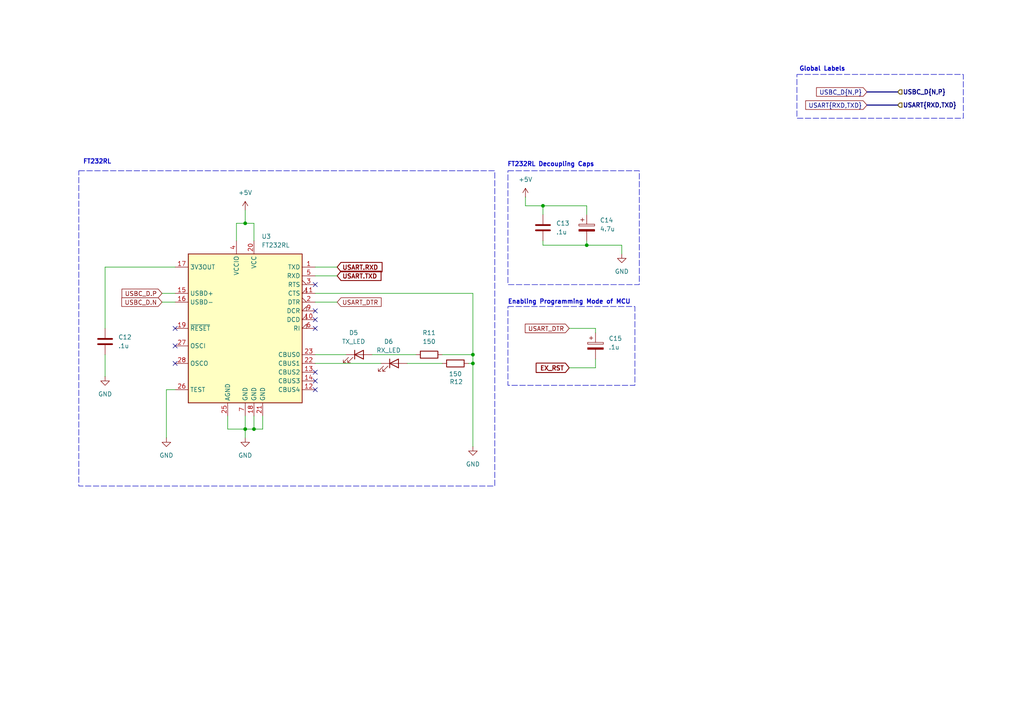
<source format=kicad_sch>
(kicad_sch
	(version 20231120)
	(generator "eeschema")
	(generator_version "8.0")
	(uuid "96bb4a7e-4b2a-4c71-887f-711f78a2c329")
	(paper "A4")
	(lib_symbols
		(symbol "Device:C"
			(pin_numbers hide)
			(pin_names
				(offset 0.254)
			)
			(exclude_from_sim no)
			(in_bom yes)
			(on_board yes)
			(property "Reference" "C"
				(at 0.635 2.54 0)
				(effects
					(font
						(size 1.27 1.27)
					)
					(justify left)
				)
			)
			(property "Value" "C"
				(at 0.635 -2.54 0)
				(effects
					(font
						(size 1.27 1.27)
					)
					(justify left)
				)
			)
			(property "Footprint" ""
				(at 0.9652 -3.81 0)
				(effects
					(font
						(size 1.27 1.27)
					)
					(hide yes)
				)
			)
			(property "Datasheet" "~"
				(at 0 0 0)
				(effects
					(font
						(size 1.27 1.27)
					)
					(hide yes)
				)
			)
			(property "Description" "Unpolarized capacitor"
				(at 0 0 0)
				(effects
					(font
						(size 1.27 1.27)
					)
					(hide yes)
				)
			)
			(property "ki_keywords" "cap capacitor"
				(at 0 0 0)
				(effects
					(font
						(size 1.27 1.27)
					)
					(hide yes)
				)
			)
			(property "ki_fp_filters" "C_*"
				(at 0 0 0)
				(effects
					(font
						(size 1.27 1.27)
					)
					(hide yes)
				)
			)
			(symbol "C_0_1"
				(polyline
					(pts
						(xy -2.032 -0.762) (xy 2.032 -0.762)
					)
					(stroke
						(width 0.508)
						(type default)
					)
					(fill
						(type none)
					)
				)
				(polyline
					(pts
						(xy -2.032 0.762) (xy 2.032 0.762)
					)
					(stroke
						(width 0.508)
						(type default)
					)
					(fill
						(type none)
					)
				)
			)
			(symbol "C_1_1"
				(pin passive line
					(at 0 3.81 270)
					(length 2.794)
					(name "~"
						(effects
							(font
								(size 1.27 1.27)
							)
						)
					)
					(number "1"
						(effects
							(font
								(size 1.27 1.27)
							)
						)
					)
				)
				(pin passive line
					(at 0 -3.81 90)
					(length 2.794)
					(name "~"
						(effects
							(font
								(size 1.27 1.27)
							)
						)
					)
					(number "2"
						(effects
							(font
								(size 1.27 1.27)
							)
						)
					)
				)
			)
		)
		(symbol "Device:C_Polarized"
			(pin_numbers hide)
			(pin_names
				(offset 0.254)
			)
			(exclude_from_sim no)
			(in_bom yes)
			(on_board yes)
			(property "Reference" "C"
				(at 0.635 2.54 0)
				(effects
					(font
						(size 1.27 1.27)
					)
					(justify left)
				)
			)
			(property "Value" "C_Polarized"
				(at 0.635 -2.54 0)
				(effects
					(font
						(size 1.27 1.27)
					)
					(justify left)
				)
			)
			(property "Footprint" ""
				(at 0.9652 -3.81 0)
				(effects
					(font
						(size 1.27 1.27)
					)
					(hide yes)
				)
			)
			(property "Datasheet" "~"
				(at 0 0 0)
				(effects
					(font
						(size 1.27 1.27)
					)
					(hide yes)
				)
			)
			(property "Description" "Polarized capacitor"
				(at 0 0 0)
				(effects
					(font
						(size 1.27 1.27)
					)
					(hide yes)
				)
			)
			(property "ki_keywords" "cap capacitor"
				(at 0 0 0)
				(effects
					(font
						(size 1.27 1.27)
					)
					(hide yes)
				)
			)
			(property "ki_fp_filters" "CP_*"
				(at 0 0 0)
				(effects
					(font
						(size 1.27 1.27)
					)
					(hide yes)
				)
			)
			(symbol "C_Polarized_0_1"
				(rectangle
					(start -2.286 0.508)
					(end 2.286 1.016)
					(stroke
						(width 0)
						(type default)
					)
					(fill
						(type none)
					)
				)
				(polyline
					(pts
						(xy -1.778 2.286) (xy -0.762 2.286)
					)
					(stroke
						(width 0)
						(type default)
					)
					(fill
						(type none)
					)
				)
				(polyline
					(pts
						(xy -1.27 2.794) (xy -1.27 1.778)
					)
					(stroke
						(width 0)
						(type default)
					)
					(fill
						(type none)
					)
				)
				(rectangle
					(start 2.286 -0.508)
					(end -2.286 -1.016)
					(stroke
						(width 0)
						(type default)
					)
					(fill
						(type outline)
					)
				)
			)
			(symbol "C_Polarized_1_1"
				(pin passive line
					(at 0 3.81 270)
					(length 2.794)
					(name "~"
						(effects
							(font
								(size 1.27 1.27)
							)
						)
					)
					(number "1"
						(effects
							(font
								(size 1.27 1.27)
							)
						)
					)
				)
				(pin passive line
					(at 0 -3.81 90)
					(length 2.794)
					(name "~"
						(effects
							(font
								(size 1.27 1.27)
							)
						)
					)
					(number "2"
						(effects
							(font
								(size 1.27 1.27)
							)
						)
					)
				)
			)
		)
		(symbol "Device:LED"
			(pin_numbers hide)
			(pin_names
				(offset 1.016) hide)
			(exclude_from_sim no)
			(in_bom yes)
			(on_board yes)
			(property "Reference" "D"
				(at 0 2.54 0)
				(effects
					(font
						(size 1.27 1.27)
					)
				)
			)
			(property "Value" "LED"
				(at 0 -2.54 0)
				(effects
					(font
						(size 1.27 1.27)
					)
				)
			)
			(property "Footprint" ""
				(at 0 0 0)
				(effects
					(font
						(size 1.27 1.27)
					)
					(hide yes)
				)
			)
			(property "Datasheet" "~"
				(at 0 0 0)
				(effects
					(font
						(size 1.27 1.27)
					)
					(hide yes)
				)
			)
			(property "Description" "Light emitting diode"
				(at 0 0 0)
				(effects
					(font
						(size 1.27 1.27)
					)
					(hide yes)
				)
			)
			(property "ki_keywords" "LED diode"
				(at 0 0 0)
				(effects
					(font
						(size 1.27 1.27)
					)
					(hide yes)
				)
			)
			(property "ki_fp_filters" "LED* LED_SMD:* LED_THT:*"
				(at 0 0 0)
				(effects
					(font
						(size 1.27 1.27)
					)
					(hide yes)
				)
			)
			(symbol "LED_0_1"
				(polyline
					(pts
						(xy -1.27 -1.27) (xy -1.27 1.27)
					)
					(stroke
						(width 0.254)
						(type default)
					)
					(fill
						(type none)
					)
				)
				(polyline
					(pts
						(xy -1.27 0) (xy 1.27 0)
					)
					(stroke
						(width 0)
						(type default)
					)
					(fill
						(type none)
					)
				)
				(polyline
					(pts
						(xy 1.27 -1.27) (xy 1.27 1.27) (xy -1.27 0) (xy 1.27 -1.27)
					)
					(stroke
						(width 0.254)
						(type default)
					)
					(fill
						(type none)
					)
				)
				(polyline
					(pts
						(xy -3.048 -0.762) (xy -4.572 -2.286) (xy -3.81 -2.286) (xy -4.572 -2.286) (xy -4.572 -1.524)
					)
					(stroke
						(width 0)
						(type default)
					)
					(fill
						(type none)
					)
				)
				(polyline
					(pts
						(xy -1.778 -0.762) (xy -3.302 -2.286) (xy -2.54 -2.286) (xy -3.302 -2.286) (xy -3.302 -1.524)
					)
					(stroke
						(width 0)
						(type default)
					)
					(fill
						(type none)
					)
				)
			)
			(symbol "LED_1_1"
				(pin passive line
					(at -3.81 0 0)
					(length 2.54)
					(name "K"
						(effects
							(font
								(size 1.27 1.27)
							)
						)
					)
					(number "1"
						(effects
							(font
								(size 1.27 1.27)
							)
						)
					)
				)
				(pin passive line
					(at 3.81 0 180)
					(length 2.54)
					(name "A"
						(effects
							(font
								(size 1.27 1.27)
							)
						)
					)
					(number "2"
						(effects
							(font
								(size 1.27 1.27)
							)
						)
					)
				)
			)
		)
		(symbol "Device:R"
			(pin_numbers hide)
			(pin_names
				(offset 0)
			)
			(exclude_from_sim no)
			(in_bom yes)
			(on_board yes)
			(property "Reference" "R"
				(at 2.032 0 90)
				(effects
					(font
						(size 1.27 1.27)
					)
				)
			)
			(property "Value" "R"
				(at 0 0 90)
				(effects
					(font
						(size 1.27 1.27)
					)
				)
			)
			(property "Footprint" ""
				(at -1.778 0 90)
				(effects
					(font
						(size 1.27 1.27)
					)
					(hide yes)
				)
			)
			(property "Datasheet" "~"
				(at 0 0 0)
				(effects
					(font
						(size 1.27 1.27)
					)
					(hide yes)
				)
			)
			(property "Description" "Resistor"
				(at 0 0 0)
				(effects
					(font
						(size 1.27 1.27)
					)
					(hide yes)
				)
			)
			(property "ki_keywords" "R res resistor"
				(at 0 0 0)
				(effects
					(font
						(size 1.27 1.27)
					)
					(hide yes)
				)
			)
			(property "ki_fp_filters" "R_*"
				(at 0 0 0)
				(effects
					(font
						(size 1.27 1.27)
					)
					(hide yes)
				)
			)
			(symbol "R_0_1"
				(rectangle
					(start -1.016 -2.54)
					(end 1.016 2.54)
					(stroke
						(width 0.254)
						(type default)
					)
					(fill
						(type none)
					)
				)
			)
			(symbol "R_1_1"
				(pin passive line
					(at 0 3.81 270)
					(length 1.27)
					(name "~"
						(effects
							(font
								(size 1.27 1.27)
							)
						)
					)
					(number "1"
						(effects
							(font
								(size 1.27 1.27)
							)
						)
					)
				)
				(pin passive line
					(at 0 -3.81 90)
					(length 1.27)
					(name "~"
						(effects
							(font
								(size 1.27 1.27)
							)
						)
					)
					(number "2"
						(effects
							(font
								(size 1.27 1.27)
							)
						)
					)
				)
			)
		)
		(symbol "Interface_USB:FT232RL"
			(exclude_from_sim no)
			(in_bom yes)
			(on_board yes)
			(property "Reference" "U"
				(at -16.51 22.86 0)
				(effects
					(font
						(size 1.27 1.27)
					)
					(justify left)
				)
			)
			(property "Value" "FT232RL"
				(at 10.16 22.86 0)
				(effects
					(font
						(size 1.27 1.27)
					)
					(justify left)
				)
			)
			(property "Footprint" "Package_SO:SSOP-28_5.3x10.2mm_P0.65mm"
				(at 27.94 -22.86 0)
				(effects
					(font
						(size 1.27 1.27)
					)
					(hide yes)
				)
			)
			(property "Datasheet" "https://www.ftdichip.com/Support/Documents/DataSheets/ICs/DS_FT232R.pdf"
				(at 0 0 0)
				(effects
					(font
						(size 1.27 1.27)
					)
					(hide yes)
				)
			)
			(property "Description" "USB to Serial Interface, SSOP-28"
				(at 0 0 0)
				(effects
					(font
						(size 1.27 1.27)
					)
					(hide yes)
				)
			)
			(property "ki_keywords" "FTDI USB Serial"
				(at 0 0 0)
				(effects
					(font
						(size 1.27 1.27)
					)
					(hide yes)
				)
			)
			(property "ki_fp_filters" "SSOP*5.3x10.2mm*P0.65mm*"
				(at 0 0 0)
				(effects
					(font
						(size 1.27 1.27)
					)
					(hide yes)
				)
			)
			(symbol "FT232RL_0_1"
				(rectangle
					(start -16.51 21.59)
					(end 16.51 -21.59)
					(stroke
						(width 0.254)
						(type default)
					)
					(fill
						(type background)
					)
				)
			)
			(symbol "FT232RL_1_1"
				(pin output line
					(at 20.32 17.78 180)
					(length 3.81)
					(name "TXD"
						(effects
							(font
								(size 1.27 1.27)
							)
						)
					)
					(number "1"
						(effects
							(font
								(size 1.27 1.27)
							)
						)
					)
				)
				(pin input input_low
					(at 20.32 2.54 180)
					(length 3.81)
					(name "DCD"
						(effects
							(font
								(size 1.27 1.27)
							)
						)
					)
					(number "10"
						(effects
							(font
								(size 1.27 1.27)
							)
						)
					)
				)
				(pin input input_low
					(at 20.32 10.16 180)
					(length 3.81)
					(name "CTS"
						(effects
							(font
								(size 1.27 1.27)
							)
						)
					)
					(number "11"
						(effects
							(font
								(size 1.27 1.27)
							)
						)
					)
				)
				(pin bidirectional line
					(at 20.32 -17.78 180)
					(length 3.81)
					(name "CBUS4"
						(effects
							(font
								(size 1.27 1.27)
							)
						)
					)
					(number "12"
						(effects
							(font
								(size 1.27 1.27)
							)
						)
					)
				)
				(pin bidirectional line
					(at 20.32 -12.7 180)
					(length 3.81)
					(name "CBUS2"
						(effects
							(font
								(size 1.27 1.27)
							)
						)
					)
					(number "13"
						(effects
							(font
								(size 1.27 1.27)
							)
						)
					)
				)
				(pin bidirectional line
					(at 20.32 -15.24 180)
					(length 3.81)
					(name "CBUS3"
						(effects
							(font
								(size 1.27 1.27)
							)
						)
					)
					(number "14"
						(effects
							(font
								(size 1.27 1.27)
							)
						)
					)
				)
				(pin bidirectional line
					(at -20.32 10.16 0)
					(length 3.81)
					(name "USBD+"
						(effects
							(font
								(size 1.27 1.27)
							)
						)
					)
					(number "15"
						(effects
							(font
								(size 1.27 1.27)
							)
						)
					)
				)
				(pin bidirectional line
					(at -20.32 7.62 0)
					(length 3.81)
					(name "USBD-"
						(effects
							(font
								(size 1.27 1.27)
							)
						)
					)
					(number "16"
						(effects
							(font
								(size 1.27 1.27)
							)
						)
					)
				)
				(pin power_out line
					(at -20.32 17.78 0)
					(length 3.81)
					(name "3V3OUT"
						(effects
							(font
								(size 1.27 1.27)
							)
						)
					)
					(number "17"
						(effects
							(font
								(size 1.27 1.27)
							)
						)
					)
				)
				(pin power_in line
					(at 2.54 -25.4 90)
					(length 3.81)
					(name "GND"
						(effects
							(font
								(size 1.27 1.27)
							)
						)
					)
					(number "18"
						(effects
							(font
								(size 1.27 1.27)
							)
						)
					)
				)
				(pin input line
					(at -20.32 0 0)
					(length 3.81)
					(name "~{RESET}"
						(effects
							(font
								(size 1.27 1.27)
							)
						)
					)
					(number "19"
						(effects
							(font
								(size 1.27 1.27)
							)
						)
					)
				)
				(pin output output_low
					(at 20.32 7.62 180)
					(length 3.81)
					(name "DTR"
						(effects
							(font
								(size 1.27 1.27)
							)
						)
					)
					(number "2"
						(effects
							(font
								(size 1.27 1.27)
							)
						)
					)
				)
				(pin power_in line
					(at 2.54 25.4 270)
					(length 3.81)
					(name "VCC"
						(effects
							(font
								(size 1.27 1.27)
							)
						)
					)
					(number "20"
						(effects
							(font
								(size 1.27 1.27)
							)
						)
					)
				)
				(pin power_in line
					(at 5.08 -25.4 90)
					(length 3.81)
					(name "GND"
						(effects
							(font
								(size 1.27 1.27)
							)
						)
					)
					(number "21"
						(effects
							(font
								(size 1.27 1.27)
							)
						)
					)
				)
				(pin bidirectional line
					(at 20.32 -10.16 180)
					(length 3.81)
					(name "CBUS1"
						(effects
							(font
								(size 1.27 1.27)
							)
						)
					)
					(number "22"
						(effects
							(font
								(size 1.27 1.27)
							)
						)
					)
				)
				(pin bidirectional line
					(at 20.32 -7.62 180)
					(length 3.81)
					(name "CBUS0"
						(effects
							(font
								(size 1.27 1.27)
							)
						)
					)
					(number "23"
						(effects
							(font
								(size 1.27 1.27)
							)
						)
					)
				)
				(pin power_in line
					(at -5.08 -25.4 90)
					(length 3.81)
					(name "AGND"
						(effects
							(font
								(size 1.27 1.27)
							)
						)
					)
					(number "25"
						(effects
							(font
								(size 1.27 1.27)
							)
						)
					)
				)
				(pin input line
					(at -20.32 -17.78 0)
					(length 3.81)
					(name "TEST"
						(effects
							(font
								(size 1.27 1.27)
							)
						)
					)
					(number "26"
						(effects
							(font
								(size 1.27 1.27)
							)
						)
					)
				)
				(pin input line
					(at -20.32 -5.08 0)
					(length 3.81)
					(name "OSCI"
						(effects
							(font
								(size 1.27 1.27)
							)
						)
					)
					(number "27"
						(effects
							(font
								(size 1.27 1.27)
							)
						)
					)
				)
				(pin output line
					(at -20.32 -10.16 0)
					(length 3.81)
					(name "OSCO"
						(effects
							(font
								(size 1.27 1.27)
							)
						)
					)
					(number "28"
						(effects
							(font
								(size 1.27 1.27)
							)
						)
					)
				)
				(pin output output_low
					(at 20.32 12.7 180)
					(length 3.81)
					(name "RTS"
						(effects
							(font
								(size 1.27 1.27)
							)
						)
					)
					(number "3"
						(effects
							(font
								(size 1.27 1.27)
							)
						)
					)
				)
				(pin power_in line
					(at -2.54 25.4 270)
					(length 3.81)
					(name "VCCIO"
						(effects
							(font
								(size 1.27 1.27)
							)
						)
					)
					(number "4"
						(effects
							(font
								(size 1.27 1.27)
							)
						)
					)
				)
				(pin input line
					(at 20.32 15.24 180)
					(length 3.81)
					(name "RXD"
						(effects
							(font
								(size 1.27 1.27)
							)
						)
					)
					(number "5"
						(effects
							(font
								(size 1.27 1.27)
							)
						)
					)
				)
				(pin input input_low
					(at 20.32 0 180)
					(length 3.81)
					(name "RI"
						(effects
							(font
								(size 1.27 1.27)
							)
						)
					)
					(number "6"
						(effects
							(font
								(size 1.27 1.27)
							)
						)
					)
				)
				(pin power_in line
					(at 0 -25.4 90)
					(length 3.81)
					(name "GND"
						(effects
							(font
								(size 1.27 1.27)
							)
						)
					)
					(number "7"
						(effects
							(font
								(size 1.27 1.27)
							)
						)
					)
				)
				(pin input input_low
					(at 20.32 5.08 180)
					(length 3.81)
					(name "DCR"
						(effects
							(font
								(size 1.27 1.27)
							)
						)
					)
					(number "9"
						(effects
							(font
								(size 1.27 1.27)
							)
						)
					)
				)
			)
		)
		(symbol "power:+5V"
			(power)
			(pin_numbers hide)
			(pin_names
				(offset 0) hide)
			(exclude_from_sim no)
			(in_bom yes)
			(on_board yes)
			(property "Reference" "#PWR"
				(at 0 -3.81 0)
				(effects
					(font
						(size 1.27 1.27)
					)
					(hide yes)
				)
			)
			(property "Value" "+5V"
				(at 0 3.556 0)
				(effects
					(font
						(size 1.27 1.27)
					)
				)
			)
			(property "Footprint" ""
				(at 0 0 0)
				(effects
					(font
						(size 1.27 1.27)
					)
					(hide yes)
				)
			)
			(property "Datasheet" ""
				(at 0 0 0)
				(effects
					(font
						(size 1.27 1.27)
					)
					(hide yes)
				)
			)
			(property "Description" "Power symbol creates a global label with name \"+5V\""
				(at 0 0 0)
				(effects
					(font
						(size 1.27 1.27)
					)
					(hide yes)
				)
			)
			(property "ki_keywords" "global power"
				(at 0 0 0)
				(effects
					(font
						(size 1.27 1.27)
					)
					(hide yes)
				)
			)
			(symbol "+5V_0_1"
				(polyline
					(pts
						(xy -0.762 1.27) (xy 0 2.54)
					)
					(stroke
						(width 0)
						(type default)
					)
					(fill
						(type none)
					)
				)
				(polyline
					(pts
						(xy 0 0) (xy 0 2.54)
					)
					(stroke
						(width 0)
						(type default)
					)
					(fill
						(type none)
					)
				)
				(polyline
					(pts
						(xy 0 2.54) (xy 0.762 1.27)
					)
					(stroke
						(width 0)
						(type default)
					)
					(fill
						(type none)
					)
				)
			)
			(symbol "+5V_1_1"
				(pin power_in line
					(at 0 0 90)
					(length 0)
					(name "~"
						(effects
							(font
								(size 1.27 1.27)
							)
						)
					)
					(number "1"
						(effects
							(font
								(size 1.27 1.27)
							)
						)
					)
				)
			)
		)
		(symbol "power:GND"
			(power)
			(pin_numbers hide)
			(pin_names
				(offset 0) hide)
			(exclude_from_sim no)
			(in_bom yes)
			(on_board yes)
			(property "Reference" "#PWR"
				(at 0 -6.35 0)
				(effects
					(font
						(size 1.27 1.27)
					)
					(hide yes)
				)
			)
			(property "Value" "GND"
				(at 0 -3.81 0)
				(effects
					(font
						(size 1.27 1.27)
					)
				)
			)
			(property "Footprint" ""
				(at 0 0 0)
				(effects
					(font
						(size 1.27 1.27)
					)
					(hide yes)
				)
			)
			(property "Datasheet" ""
				(at 0 0 0)
				(effects
					(font
						(size 1.27 1.27)
					)
					(hide yes)
				)
			)
			(property "Description" "Power symbol creates a global label with name \"GND\" , ground"
				(at 0 0 0)
				(effects
					(font
						(size 1.27 1.27)
					)
					(hide yes)
				)
			)
			(property "ki_keywords" "global power"
				(at 0 0 0)
				(effects
					(font
						(size 1.27 1.27)
					)
					(hide yes)
				)
			)
			(symbol "GND_0_1"
				(polyline
					(pts
						(xy 0 0) (xy 0 -1.27) (xy 1.27 -1.27) (xy 0 -2.54) (xy -1.27 -1.27) (xy 0 -1.27)
					)
					(stroke
						(width 0)
						(type default)
					)
					(fill
						(type none)
					)
				)
			)
			(symbol "GND_1_1"
				(pin power_in line
					(at 0 0 270)
					(length 0)
					(name "~"
						(effects
							(font
								(size 1.27 1.27)
							)
						)
					)
					(number "1"
						(effects
							(font
								(size 1.27 1.27)
							)
						)
					)
				)
			)
		)
	)
	(junction
		(at 137.16 102.87)
		(diameter 0)
		(color 0 0 0 0)
		(uuid "377d3648-4362-4990-89f3-1a46b7a9033e")
	)
	(junction
		(at 157.48 59.69)
		(diameter 0)
		(color 0 0 0 0)
		(uuid "4c5765b7-ce23-4e0d-888d-566107ee8417")
	)
	(junction
		(at 71.12 64.77)
		(diameter 0)
		(color 0 0 0 0)
		(uuid "5a6cfed6-ea19-4b6c-988a-7be06a8974c9")
	)
	(junction
		(at 137.16 105.41)
		(diameter 0)
		(color 0 0 0 0)
		(uuid "78676dad-5868-46f3-b68c-70e05e4ba762")
	)
	(junction
		(at 73.66 124.46)
		(diameter 0)
		(color 0 0 0 0)
		(uuid "98add3ef-bfad-455f-83a6-fc6f037749b4")
	)
	(junction
		(at 71.12 124.46)
		(diameter 0)
		(color 0 0 0 0)
		(uuid "bd137d3a-98eb-429a-94a0-87a8a0bb0ea0")
	)
	(junction
		(at 170.18 71.12)
		(diameter 0)
		(color 0 0 0 0)
		(uuid "e932c3a9-2c8d-459b-a589-02634f3713d3")
	)
	(no_connect
		(at 91.44 95.25)
		(uuid "0062d55c-e4b6-4cf5-a9a6-d5b5548fb270")
	)
	(no_connect
		(at 91.44 110.49)
		(uuid "0a57b873-c7fe-4b1a-9449-1979a03b1feb")
	)
	(no_connect
		(at 91.44 107.95)
		(uuid "2fb3448e-e997-4b8b-bd66-3c579cfc9d51")
	)
	(no_connect
		(at 91.44 113.03)
		(uuid "413aec2e-9187-4c1a-933b-26224ae06c49")
	)
	(no_connect
		(at 91.44 82.55)
		(uuid "448ad954-d1a8-4f0e-8f58-5bfdabc8b288")
	)
	(no_connect
		(at 50.8 95.25)
		(uuid "730cf2fe-438a-4031-aad5-e64c49d447f9")
	)
	(no_connect
		(at 91.44 90.17)
		(uuid "7cdfc7d9-5b78-4fa7-b2a5-57a1c693a2c7")
	)
	(no_connect
		(at 91.44 92.71)
		(uuid "815b8b3d-f5d0-42d1-8bb4-bf78f8539424")
	)
	(no_connect
		(at 50.8 105.41)
		(uuid "8941f68a-43ac-4b75-8139-bb6a6f01bbde")
	)
	(no_connect
		(at 50.8 100.33)
		(uuid "efe7a540-e491-483e-8ce1-5ec9e729c44a")
	)
	(wire
		(pts
			(xy 137.16 102.87) (xy 137.16 105.41)
		)
		(stroke
			(width 0)
			(type default)
		)
		(uuid "08e30a3c-41ae-4a5d-873e-7f7b483a95de")
	)
	(wire
		(pts
			(xy 118.11 105.41) (xy 128.27 105.41)
		)
		(stroke
			(width 0)
			(type default)
		)
		(uuid "102df5ea-2501-4ef9-9039-2ac919ff6dcd")
	)
	(wire
		(pts
			(xy 170.18 59.69) (xy 170.18 62.23)
		)
		(stroke
			(width 0)
			(type default)
		)
		(uuid "154314d1-0f82-417e-b13a-7e12d462bca2")
	)
	(wire
		(pts
			(xy 157.48 71.12) (xy 170.18 71.12)
		)
		(stroke
			(width 0)
			(type default)
		)
		(uuid "17ec7b91-3497-4001-9eae-a119cf5b0dc5")
	)
	(wire
		(pts
			(xy 66.04 124.46) (xy 71.12 124.46)
		)
		(stroke
			(width 0)
			(type default)
		)
		(uuid "1b62301a-ba2d-4792-bc9f-6857f71a0d9a")
	)
	(wire
		(pts
			(xy 76.2 124.46) (xy 76.2 120.65)
		)
		(stroke
			(width 0)
			(type default)
		)
		(uuid "1e602e87-b65f-4874-b550-234a5e84fe59")
	)
	(wire
		(pts
			(xy 30.48 77.47) (xy 30.48 95.25)
		)
		(stroke
			(width 0)
			(type default)
		)
		(uuid "21e9d3d4-f529-45fd-9232-e335d34990e7")
	)
	(wire
		(pts
			(xy 46.99 85.09) (xy 50.8 85.09)
		)
		(stroke
			(width 0)
			(type default)
		)
		(uuid "2570480e-5b34-4850-aded-579b55f452e4")
	)
	(wire
		(pts
			(xy 172.72 106.68) (xy 172.72 104.14)
		)
		(stroke
			(width 0)
			(type default)
		)
		(uuid "258ec7e5-1f4e-4d0e-ba1e-fd50027bfdfe")
	)
	(wire
		(pts
			(xy 107.95 102.87) (xy 120.65 102.87)
		)
		(stroke
			(width 0)
			(type default)
		)
		(uuid "2c7616b6-a4a7-480e-888d-aa0aac647ff3")
	)
	(wire
		(pts
			(xy 73.66 120.65) (xy 73.66 124.46)
		)
		(stroke
			(width 0)
			(type default)
		)
		(uuid "315e0481-ef94-4675-92b2-b78cd2d6921d")
	)
	(wire
		(pts
			(xy 46.99 87.63) (xy 50.8 87.63)
		)
		(stroke
			(width 0)
			(type default)
		)
		(uuid "32235be1-d00a-484a-8c45-a8e712298ef0")
	)
	(wire
		(pts
			(xy 50.8 113.03) (xy 48.26 113.03)
		)
		(stroke
			(width 0)
			(type default)
		)
		(uuid "405a6302-5ff8-4e1b-a31b-a2a62032f132")
	)
	(wire
		(pts
			(xy 137.16 85.09) (xy 137.16 102.87)
		)
		(stroke
			(width 0)
			(type default)
		)
		(uuid "4aeb70dd-82fa-4d64-b9e3-c2052ec9d827")
	)
	(wire
		(pts
			(xy 157.48 59.69) (xy 157.48 62.23)
		)
		(stroke
			(width 0)
			(type default)
		)
		(uuid "5521b13e-d61b-419e-b6c4-1bfa0538e9a3")
	)
	(wire
		(pts
			(xy 50.8 77.47) (xy 30.48 77.47)
		)
		(stroke
			(width 0)
			(type default)
		)
		(uuid "55e23bc1-98bd-4818-a64a-c253380860ec")
	)
	(wire
		(pts
			(xy 135.89 105.41) (xy 137.16 105.41)
		)
		(stroke
			(width 0)
			(type default)
		)
		(uuid "57f96eda-7ddf-4654-b703-029caf1196e1")
	)
	(wire
		(pts
			(xy 152.4 57.15) (xy 152.4 59.69)
		)
		(stroke
			(width 0)
			(type default)
		)
		(uuid "5b971d7a-3d53-4d8b-afd7-309ddbadac1c")
	)
	(wire
		(pts
			(xy 152.4 59.69) (xy 157.48 59.69)
		)
		(stroke
			(width 0)
			(type default)
		)
		(uuid "5c357952-820f-44f6-aa93-75a84433a845")
	)
	(wire
		(pts
			(xy 48.26 113.03) (xy 48.26 127)
		)
		(stroke
			(width 0)
			(type default)
		)
		(uuid "653130d5-e2f7-4244-b244-3f78c865440b")
	)
	(wire
		(pts
			(xy 165.1 95.25) (xy 172.72 95.25)
		)
		(stroke
			(width 0)
			(type default)
		)
		(uuid "6576a262-8feb-48a7-bee9-74d8b06d47ff")
	)
	(wire
		(pts
			(xy 71.12 124.46) (xy 73.66 124.46)
		)
		(stroke
			(width 0)
			(type default)
		)
		(uuid "65bfcd18-fcdc-4bcc-b4d5-4cae21a6d6d6")
	)
	(wire
		(pts
			(xy 71.12 64.77) (xy 73.66 64.77)
		)
		(stroke
			(width 0)
			(type default)
		)
		(uuid "6b413ae9-351c-45c7-8a75-de9a3988b7de")
	)
	(wire
		(pts
			(xy 73.66 124.46) (xy 76.2 124.46)
		)
		(stroke
			(width 0)
			(type default)
		)
		(uuid "6cf25188-7d4d-4080-879e-a3559490ce77")
	)
	(wire
		(pts
			(xy 71.12 60.96) (xy 71.12 64.77)
		)
		(stroke
			(width 0)
			(type default)
		)
		(uuid "734c747e-18e9-4d88-8805-c38cef180fe9")
	)
	(wire
		(pts
			(xy 30.48 102.87) (xy 30.48 109.22)
		)
		(stroke
			(width 0)
			(type default)
		)
		(uuid "7eccb37b-1085-40d2-b910-928a329eb634")
	)
	(bus
		(pts
			(xy 251.46 30.48) (xy 260.35 30.48)
		)
		(stroke
			(width 0)
			(type default)
		)
		(uuid "7f222795-ce12-4235-8743-8930f5a27599")
	)
	(wire
		(pts
			(xy 91.44 87.63) (xy 97.79 87.63)
		)
		(stroke
			(width 0)
			(type default)
		)
		(uuid "7f8cc8bc-b5e4-4056-b027-d431a403c1f1")
	)
	(wire
		(pts
			(xy 66.04 120.65) (xy 66.04 124.46)
		)
		(stroke
			(width 0)
			(type default)
		)
		(uuid "83cedd36-dfd0-4d79-845f-445e8fcad813")
	)
	(wire
		(pts
			(xy 91.44 77.47) (xy 97.79 77.47)
		)
		(stroke
			(width 0)
			(type default)
		)
		(uuid "851b6920-1431-4b14-9532-cad2db101137")
	)
	(wire
		(pts
			(xy 91.44 80.01) (xy 97.79 80.01)
		)
		(stroke
			(width 0)
			(type default)
		)
		(uuid "85cb63eb-7190-46f3-ad81-93923e1ee91b")
	)
	(wire
		(pts
			(xy 170.18 71.12) (xy 180.34 71.12)
		)
		(stroke
			(width 0)
			(type default)
		)
		(uuid "87e6fd64-8048-455b-be93-8d16679dcff9")
	)
	(wire
		(pts
			(xy 73.66 64.77) (xy 73.66 69.85)
		)
		(stroke
			(width 0)
			(type default)
		)
		(uuid "898d4cb5-4374-491d-9f88-f5eb011c1dfc")
	)
	(wire
		(pts
			(xy 91.44 102.87) (xy 100.33 102.87)
		)
		(stroke
			(width 0)
			(type default)
		)
		(uuid "8c59feae-0e39-4d32-be78-957fb4f3b166")
	)
	(bus
		(pts
			(xy 251.46 26.67) (xy 260.35 26.67)
		)
		(stroke
			(width 0)
			(type default)
		)
		(uuid "a1c328bd-3a73-4f34-97a6-2ac9eabac32f")
	)
	(wire
		(pts
			(xy 165.1 106.68) (xy 172.72 106.68)
		)
		(stroke
			(width 0)
			(type default)
		)
		(uuid "a4167b07-fbb0-4313-b7c7-73be5fca51a8")
	)
	(wire
		(pts
			(xy 157.48 69.85) (xy 157.48 71.12)
		)
		(stroke
			(width 0)
			(type default)
		)
		(uuid "b093391d-c7c6-4a22-a7d0-c36150db6c3a")
	)
	(wire
		(pts
			(xy 137.16 105.41) (xy 137.16 129.54)
		)
		(stroke
			(width 0)
			(type default)
		)
		(uuid "b12b54a8-af85-42a1-b842-9981788386dd")
	)
	(wire
		(pts
			(xy 172.72 95.25) (xy 172.72 96.52)
		)
		(stroke
			(width 0)
			(type default)
		)
		(uuid "b2b4b1ae-1c24-4086-ac03-b69cec8d3759")
	)
	(wire
		(pts
			(xy 91.44 85.09) (xy 137.16 85.09)
		)
		(stroke
			(width 0)
			(type default)
		)
		(uuid "b7a6a0a6-8053-47ef-b01f-92553fd3fdc5")
	)
	(wire
		(pts
			(xy 128.27 102.87) (xy 137.16 102.87)
		)
		(stroke
			(width 0)
			(type default)
		)
		(uuid "ba2c2070-bc55-4d35-b1e4-6af96d24f30a")
	)
	(wire
		(pts
			(xy 71.12 120.65) (xy 71.12 124.46)
		)
		(stroke
			(width 0)
			(type default)
		)
		(uuid "bb76397b-4942-4d19-8941-70e0e2924c4a")
	)
	(wire
		(pts
			(xy 180.34 71.12) (xy 180.34 73.66)
		)
		(stroke
			(width 0)
			(type default)
		)
		(uuid "cb2cd21c-9646-44bd-8ad8-2e4a9cea30c8")
	)
	(wire
		(pts
			(xy 68.58 64.77) (xy 71.12 64.77)
		)
		(stroke
			(width 0)
			(type default)
		)
		(uuid "dac18e9d-621c-484c-b484-da2353cda615")
	)
	(wire
		(pts
			(xy 71.12 124.46) (xy 71.12 127)
		)
		(stroke
			(width 0)
			(type default)
		)
		(uuid "dc8971a9-1629-4a24-9fb4-ba6e03b42e95")
	)
	(wire
		(pts
			(xy 170.18 69.85) (xy 170.18 71.12)
		)
		(stroke
			(width 0)
			(type default)
		)
		(uuid "e37a0a26-670c-4950-8fb8-64cd91df86d2")
	)
	(wire
		(pts
			(xy 91.44 105.41) (xy 110.49 105.41)
		)
		(stroke
			(width 0)
			(type default)
		)
		(uuid "f59c2b7c-7c21-4168-aac2-f047f16f4afd")
	)
	(wire
		(pts
			(xy 68.58 69.85) (xy 68.58 64.77)
		)
		(stroke
			(width 0)
			(type default)
		)
		(uuid "f9360f0a-bbb1-44e3-a25c-701375f16a27")
	)
	(wire
		(pts
			(xy 157.48 59.69) (xy 170.18 59.69)
		)
		(stroke
			(width 0)
			(type default)
		)
		(uuid "fae9f1db-f753-4b1f-937d-019dff23fde7")
	)
	(rectangle
		(start 147.32 49.53)
		(end 185.42 82.55)
		(stroke
			(width 0)
			(type dash)
		)
		(fill
			(type none)
		)
		(uuid 1e7b6da6-2d49-46a2-977b-558ebeeca69d)
	)
	(rectangle
		(start 231.14 21.59)
		(end 279.4 34.29)
		(stroke
			(width 0)
			(type dash)
		)
		(fill
			(type none)
		)
		(uuid 5ef10c43-3d40-4b20-a8c8-63cf44ed6962)
	)
	(rectangle
		(start 22.86 49.53)
		(end 143.51 140.97)
		(stroke
			(width 0)
			(type dash)
		)
		(fill
			(type none)
		)
		(uuid aeadca1a-812e-4f91-b29b-a86fa8db00cd)
	)
	(rectangle
		(start 147.32 88.9)
		(end 184.15 111.76)
		(stroke
			(width 0)
			(type dash)
		)
		(fill
			(type none)
		)
		(uuid f0151003-fc03-4352-b8af-df6f4ccef89e)
	)
	(text "FT232RL Decoupling Caps"
		(exclude_from_sim no)
		(at 159.766 47.752 0)
		(effects
			(font
				(size 1.27 1.27)
				(thickness 0.254)
				(bold yes)
			)
		)
		(uuid "37116646-14fb-49ef-b290-71d86d1ef5ce")
	)
	(text "Global Labels"
		(exclude_from_sim no)
		(at 238.506 20.066 0)
		(effects
			(font
				(size 1.27 1.27)
				(thickness 0.254)
				(bold yes)
			)
		)
		(uuid "4c65d1ac-b642-4f49-8a9f-500c42025da9")
	)
	(text "FT232RL\n"
		(exclude_from_sim no)
		(at 28.194 46.99 0)
		(effects
			(font
				(size 1.27 1.27)
				(thickness 0.254)
				(bold yes)
			)
		)
		(uuid "7c4335b5-d89d-48bc-8296-86ada449694c")
	)
	(text "Enabling Programming Mode of MCU\n"
		(exclude_from_sim no)
		(at 165.1 87.63 0)
		(effects
			(font
				(size 1.27 1.27)
				(thickness 0.254)
				(bold yes)
			)
		)
		(uuid "a5aeee33-3c75-4ddd-95af-4dab723cfd53")
	)
	(global_label "USART_DTR"
		(shape input)
		(at 97.79 87.63 0)
		(fields_autoplaced yes)
		(effects
			(font
				(size 1.27 1.27)
			)
			(justify left)
		)
		(uuid "3cdcd218-a9df-4b8b-aee9-f8b6b2e72254")
		(property "Intersheetrefs" "${INTERSHEET_REFS}"
			(at 111.1166 87.63 0)
			(effects
				(font
					(size 1.27 1.27)
				)
				(justify left)
				(hide yes)
			)
		)
	)
	(global_label "EX_RST"
		(shape input)
		(at 165.1 106.68 180)
		(fields_autoplaced yes)
		(effects
			(font
				(size 1.27 1.27)
				(thickness 0.254)
				(bold yes)
			)
			(justify right)
		)
		(uuid "4ebe387d-dad6-41aa-9743-ba2fbd869bd3")
		(property "Intersheetrefs" "${INTERSHEET_REFS}"
			(at 154.8656 106.68 0)
			(effects
				(font
					(size 1.27 1.27)
				)
				(justify right)
				(hide yes)
			)
		)
	)
	(global_label "USBC_D.P"
		(shape input)
		(at 46.99 85.09 180)
		(fields_autoplaced yes)
		(effects
			(font
				(size 1.27 1.27)
				(thickness 0.1588)
			)
			(justify right)
		)
		(uuid "6877f259-4751-4353-8215-35ffe8eb728a")
		(property "Intersheetrefs" "${INTERSHEET_REFS}"
			(at 34.8124 85.09 0)
			(effects
				(font
					(size 1.27 1.27)
				)
				(justify right)
				(hide yes)
			)
		)
	)
	(global_label "USART_DTR"
		(shape input)
		(at 165.1 95.25 180)
		(fields_autoplaced yes)
		(effects
			(font
				(size 1.27 1.27)
				(thickness 0.1588)
			)
			(justify right)
		)
		(uuid "7811c512-1ef5-450f-9bc8-0c8db4bd9bd6")
		(property "Intersheetrefs" "${INTERSHEET_REFS}"
			(at 151.7734 95.25 0)
			(effects
				(font
					(size 1.27 1.27)
				)
				(justify right)
				(hide yes)
			)
		)
	)
	(global_label "USBC_D.N"
		(shape input)
		(at 46.99 87.63 180)
		(fields_autoplaced yes)
		(effects
			(font
				(size 1.27 1.27)
			)
			(justify right)
		)
		(uuid "9c720b7d-919f-4a23-adda-83606ad5aa6c")
		(property "Intersheetrefs" "${INTERSHEET_REFS}"
			(at 34.7519 87.63 0)
			(effects
				(font
					(size 1.27 1.27)
				)
				(justify right)
				(hide yes)
			)
		)
	)
	(global_label "USART{RXD,TXD}"
		(shape input)
		(at 251.46 30.48 180)
		(fields_autoplaced yes)
		(effects
			(font
				(size 1.27 1.27)
				(thickness 0.1588)
			)
			(justify right)
		)
		(uuid "aa31607a-dcb8-4ba6-a2ac-f1abd581fe79")
		(property "Intersheetrefs" "${INTERSHEET_REFS}"
			(at 232.6378 30.48 0)
			(effects
				(font
					(size 1.27 1.27)
				)
				(justify right)
				(hide yes)
			)
		)
	)
	(global_label "USART.TXD"
		(shape input)
		(at 97.79 80.01 0)
		(fields_autoplaced yes)
		(effects
			(font
				(size 1.27 1.27)
				(thickness 0.254)
				(bold yes)
			)
			(justify left)
		)
		(uuid "bdbf84d5-c2a3-42fc-a775-cb8316b57054")
		(property "Intersheetrefs" "${INTERSHEET_REFS}"
			(at 111.1693 80.01 0)
			(effects
				(font
					(size 1.27 1.27)
				)
				(justify left)
				(hide yes)
			)
		)
	)
	(global_label "USBC_D{N,P}"
		(shape input)
		(at 251.46 26.67 180)
		(fields_autoplaced yes)
		(effects
			(font
				(size 1.27 1.27)
				(thickness 0.1588)
			)
			(justify right)
		)
		(uuid "d719b4df-c5f2-469d-9c19-4a131ccff260")
		(property "Intersheetrefs" "${INTERSHEET_REFS}"
			(at 236.2585 26.67 0)
			(effects
				(font
					(size 1.27 1.27)
				)
				(justify right)
				(hide yes)
			)
		)
	)
	(global_label "USART.RXD"
		(shape input)
		(at 97.79 77.47 0)
		(fields_autoplaced yes)
		(effects
			(font
				(size 1.27 1.27)
				(thickness 0.254)
				(bold yes)
			)
			(justify left)
		)
		(uuid "efbe8134-fa3a-4559-8bc4-710282a30bef")
		(property "Intersheetrefs" "${INTERSHEET_REFS}"
			(at 111.4717 77.47 0)
			(effects
				(font
					(size 1.27 1.27)
				)
				(justify left)
				(hide yes)
			)
		)
	)
	(hierarchical_label "USBC_D{N,P}"
		(shape input)
		(at 260.35 26.67 0)
		(fields_autoplaced yes)
		(effects
			(font
				(size 1.27 1.27)
				(thickness 0.254)
				(bold yes)
			)
			(justify left)
		)
		(uuid "a3a94db9-a5ce-4a3d-a814-db8ed6016648")
	)
	(hierarchical_label "USART{RXD,TXD}"
		(shape input)
		(at 260.35 30.48 0)
		(fields_autoplaced yes)
		(effects
			(font
				(size 1.27 1.27)
				(thickness 0.254)
				(bold yes)
			)
			(justify left)
		)
		(uuid "fc51cf8c-2819-4a7a-a0d8-955490fd7789")
	)
	(symbol
		(lib_id "Device:C_Polarized")
		(at 172.72 100.33 0)
		(unit 1)
		(exclude_from_sim no)
		(in_bom yes)
		(on_board yes)
		(dnp no)
		(fields_autoplaced yes)
		(uuid "17cadfc3-926c-4983-9555-ed41baee8c3e")
		(property "Reference" "C15"
			(at 176.53 98.1709 0)
			(effects
				(font
					(size 1.27 1.27)
				)
				(justify left)
			)
		)
		(property "Value" ".1u"
			(at 176.53 100.7109 0)
			(effects
				(font
					(size 1.27 1.27)
				)
				(justify left)
			)
		)
		(property "Footprint" ""
			(at 173.6852 104.14 0)
			(effects
				(font
					(size 1.27 1.27)
				)
				(hide yes)
			)
		)
		(property "Datasheet" "~"
			(at 172.72 100.33 0)
			(effects
				(font
					(size 1.27 1.27)
				)
				(hide yes)
			)
		)
		(property "Description" "Polarized capacitor"
			(at 172.72 100.33 0)
			(effects
				(font
					(size 1.27 1.27)
				)
				(hide yes)
			)
		)
		(pin "2"
			(uuid "32ed19f0-4bc5-465f-9c89-f38cffccf2ed")
		)
		(pin "1"
			(uuid "c29ee580-ef02-45f8-ad58-1a90950563b7")
		)
		(instances
			(project ""
				(path "/dbf80f57-4e14-4c6a-a270-b7066e68e053/8b07bb97-5ac9-43d1-bac1-ce22ef9f6938"
					(reference "C15")
					(unit 1)
				)
			)
		)
	)
	(symbol
		(lib_id "Interface_USB:FT232RL")
		(at 71.12 95.25 0)
		(unit 1)
		(exclude_from_sim no)
		(in_bom yes)
		(on_board yes)
		(dnp no)
		(fields_autoplaced yes)
		(uuid "3c1e0e5c-5e3c-4ee3-8ed0-9c51756a7caa")
		(property "Reference" "U3"
			(at 75.8541 68.58 0)
			(effects
				(font
					(size 1.27 1.27)
				)
				(justify left)
			)
		)
		(property "Value" "FT232RL"
			(at 75.8541 71.12 0)
			(effects
				(font
					(size 1.27 1.27)
				)
				(justify left)
			)
		)
		(property "Footprint" "Package_SO:SSOP-28_5.3x10.2mm_P0.65mm"
			(at 99.06 118.11 0)
			(effects
				(font
					(size 1.27 1.27)
				)
				(hide yes)
			)
		)
		(property "Datasheet" "https://www.ftdichip.com/Support/Documents/DataSheets/ICs/DS_FT232R.pdf"
			(at 71.12 95.25 0)
			(effects
				(font
					(size 1.27 1.27)
				)
				(hide yes)
			)
		)
		(property "Description" "USB to Serial Interface, SSOP-28"
			(at 71.12 95.25 0)
			(effects
				(font
					(size 1.27 1.27)
				)
				(hide yes)
			)
		)
		(pin "12"
			(uuid "d6febb44-8f1e-47cd-97bb-4a55f9502268")
		)
		(pin "23"
			(uuid "5ca6f82f-2fd9-47f1-bbcc-2b333aac4af4")
		)
		(pin "28"
			(uuid "c1a17e78-115e-42dd-8806-a26fad77f35f")
		)
		(pin "3"
			(uuid "749d6ee3-6d59-47d1-aa16-6c723b06559a")
		)
		(pin "16"
			(uuid "165e90a6-fe66-416d-9ad0-48c5dc4da929")
		)
		(pin "10"
			(uuid "cc9c1e00-2f14-41ae-854e-c9b4d944238c")
		)
		(pin "4"
			(uuid "5cd552cc-3a6a-4908-8e2b-bf815bd56c17")
		)
		(pin "7"
			(uuid "80dc599c-2006-4dfb-b617-4228d2f3f051")
		)
		(pin "11"
			(uuid "ae5fa3d9-80ca-4f91-b15a-22da4a8a7a5e")
		)
		(pin "5"
			(uuid "7e3c4281-177a-44a8-a220-f5bd1ff9e890")
		)
		(pin "26"
			(uuid "b1c87fbb-5434-4ab6-a7e0-22f233e28687")
		)
		(pin "19"
			(uuid "4b0d69ce-85b3-45de-bf6c-3b7cbadb364a")
		)
		(pin "9"
			(uuid "638aa0f6-4b89-40eb-871e-dc709bd56779")
		)
		(pin "17"
			(uuid "fa0cac6c-33bb-4fcc-b765-39f722dec093")
		)
		(pin "22"
			(uuid "98269251-6a8f-47e1-8055-9686055be222")
		)
		(pin "1"
			(uuid "69fad945-805d-402d-b09b-4e6c60765093")
		)
		(pin "2"
			(uuid "03b500d6-c525-41cb-9c47-6e5012181bdd")
		)
		(pin "27"
			(uuid "e0adcde7-cb2c-47b4-b63d-c9deec30e4d0")
		)
		(pin "25"
			(uuid "1bffdeb8-e2ef-4d21-b530-fd8ef5b1d408")
		)
		(pin "21"
			(uuid "81b17439-972a-4f05-9ee0-592a78551d7a")
		)
		(pin "6"
			(uuid "9192adb8-7770-4f36-8ef3-c587ab6227ff")
		)
		(pin "20"
			(uuid "df1da5ce-9367-4c23-8a23-7e1db3abe172")
		)
		(pin "13"
			(uuid "ca645c8f-e4ca-4c5a-9da8-0957fb481b64")
		)
		(pin "18"
			(uuid "c2728fc7-916e-4559-a928-dbc83c60e080")
		)
		(pin "14"
			(uuid "ff4b95c9-022b-4f9b-9958-d1e3113de8ed")
		)
		(pin "15"
			(uuid "a92b84cd-3614-4ea3-aa6b-64c642301cec")
		)
		(instances
			(project ""
				(path "/dbf80f57-4e14-4c6a-a270-b7066e68e053/8b07bb97-5ac9-43d1-bac1-ce22ef9f6938"
					(reference "U3")
					(unit 1)
				)
			)
		)
	)
	(symbol
		(lib_id "Device:R")
		(at 124.46 102.87 90)
		(unit 1)
		(exclude_from_sim no)
		(in_bom yes)
		(on_board yes)
		(dnp no)
		(fields_autoplaced yes)
		(uuid "3fe21a68-8aca-47ce-9c1c-52ebcf852f91")
		(property "Reference" "R11"
			(at 124.46 96.52 90)
			(effects
				(font
					(size 1.27 1.27)
				)
			)
		)
		(property "Value" "150"
			(at 124.46 99.06 90)
			(effects
				(font
					(size 1.27 1.27)
				)
			)
		)
		(property "Footprint" ""
			(at 124.46 104.648 90)
			(effects
				(font
					(size 1.27 1.27)
				)
				(hide yes)
			)
		)
		(property "Datasheet" "~"
			(at 124.46 102.87 0)
			(effects
				(font
					(size 1.27 1.27)
				)
				(hide yes)
			)
		)
		(property "Description" "Resistor"
			(at 124.46 102.87 0)
			(effects
				(font
					(size 1.27 1.27)
				)
				(hide yes)
			)
		)
		(pin "1"
			(uuid "bda565bc-1350-4cb3-abde-7f958a6971fd")
		)
		(pin "2"
			(uuid "522ff999-1e9a-4967-94eb-b9a5cead3854")
		)
		(instances
			(project ""
				(path "/dbf80f57-4e14-4c6a-a270-b7066e68e053/8b07bb97-5ac9-43d1-bac1-ce22ef9f6938"
					(reference "R11")
					(unit 1)
				)
			)
		)
	)
	(symbol
		(lib_id "Device:C")
		(at 157.48 66.04 0)
		(unit 1)
		(exclude_from_sim no)
		(in_bom yes)
		(on_board yes)
		(dnp no)
		(fields_autoplaced yes)
		(uuid "41cf4d17-5b71-4bc9-8cab-8e3aab3a5540")
		(property "Reference" "C13"
			(at 161.29 64.7699 0)
			(effects
				(font
					(size 1.27 1.27)
				)
				(justify left)
			)
		)
		(property "Value" ".1u"
			(at 161.29 67.3099 0)
			(effects
				(font
					(size 1.27 1.27)
				)
				(justify left)
			)
		)
		(property "Footprint" ""
			(at 158.4452 69.85 0)
			(effects
				(font
					(size 1.27 1.27)
				)
				(hide yes)
			)
		)
		(property "Datasheet" "~"
			(at 157.48 66.04 0)
			(effects
				(font
					(size 1.27 1.27)
				)
				(hide yes)
			)
		)
		(property "Description" "Unpolarized capacitor"
			(at 157.48 66.04 0)
			(effects
				(font
					(size 1.27 1.27)
				)
				(hide yes)
			)
		)
		(pin "2"
			(uuid "c92d910f-15d5-4652-8f26-14b4208ac95d")
		)
		(pin "1"
			(uuid "79d7cc01-47de-40a8-951a-408fe79e7258")
		)
		(instances
			(project ""
				(path "/dbf80f57-4e14-4c6a-a270-b7066e68e053/8b07bb97-5ac9-43d1-bac1-ce22ef9f6938"
					(reference "C13")
					(unit 1)
				)
			)
		)
	)
	(symbol
		(lib_id "power:+5V")
		(at 152.4 57.15 0)
		(unit 1)
		(exclude_from_sim no)
		(in_bom yes)
		(on_board yes)
		(dnp no)
		(fields_autoplaced yes)
		(uuid "4a456a5b-dbe6-4e2d-9d65-0cf833d44eaf")
		(property "Reference" "#PWR036"
			(at 152.4 60.96 0)
			(effects
				(font
					(size 1.27 1.27)
				)
				(hide yes)
			)
		)
		(property "Value" "+5V"
			(at 152.4 52.07 0)
			(effects
				(font
					(size 1.27 1.27)
				)
			)
		)
		(property "Footprint" ""
			(at 152.4 57.15 0)
			(effects
				(font
					(size 1.27 1.27)
				)
				(hide yes)
			)
		)
		(property "Datasheet" ""
			(at 152.4 57.15 0)
			(effects
				(font
					(size 1.27 1.27)
				)
				(hide yes)
			)
		)
		(property "Description" "Power symbol creates a global label with name \"+5V\""
			(at 152.4 57.15 0)
			(effects
				(font
					(size 1.27 1.27)
				)
				(hide yes)
			)
		)
		(pin "1"
			(uuid "d25e3002-b6c5-4218-818c-eb5cb3c3b314")
		)
		(instances
			(project ""
				(path "/dbf80f57-4e14-4c6a-a270-b7066e68e053/8b07bb97-5ac9-43d1-bac1-ce22ef9f6938"
					(reference "#PWR036")
					(unit 1)
				)
			)
		)
	)
	(symbol
		(lib_id "power:+5V")
		(at 71.12 60.96 0)
		(unit 1)
		(exclude_from_sim no)
		(in_bom yes)
		(on_board yes)
		(dnp no)
		(fields_autoplaced yes)
		(uuid "4dc288b6-21b7-427c-a751-6a98e6f4b6d7")
		(property "Reference" "#PWR033"
			(at 71.12 64.77 0)
			(effects
				(font
					(size 1.27 1.27)
				)
				(hide yes)
			)
		)
		(property "Value" "+5V"
			(at 71.12 55.88 0)
			(effects
				(font
					(size 1.27 1.27)
				)
			)
		)
		(property "Footprint" ""
			(at 71.12 60.96 0)
			(effects
				(font
					(size 1.27 1.27)
				)
				(hide yes)
			)
		)
		(property "Datasheet" ""
			(at 71.12 60.96 0)
			(effects
				(font
					(size 1.27 1.27)
				)
				(hide yes)
			)
		)
		(property "Description" "Power symbol creates a global label with name \"+5V\""
			(at 71.12 60.96 0)
			(effects
				(font
					(size 1.27 1.27)
				)
				(hide yes)
			)
		)
		(pin "1"
			(uuid "3c3cf781-0ef9-45ee-8b90-ce441d708803")
		)
		(instances
			(project ""
				(path "/dbf80f57-4e14-4c6a-a270-b7066e68e053/8b07bb97-5ac9-43d1-bac1-ce22ef9f6938"
					(reference "#PWR033")
					(unit 1)
				)
			)
		)
	)
	(symbol
		(lib_id "Device:LED")
		(at 114.3 105.41 0)
		(unit 1)
		(exclude_from_sim no)
		(in_bom yes)
		(on_board yes)
		(dnp no)
		(fields_autoplaced yes)
		(uuid "4fdbe86a-8c5c-4f56-9d82-81f6d27a125f")
		(property "Reference" "D6"
			(at 112.7125 99.06 0)
			(effects
				(font
					(size 1.27 1.27)
				)
			)
		)
		(property "Value" "RX_LED"
			(at 112.7125 101.6 0)
			(effects
				(font
					(size 1.27 1.27)
				)
			)
		)
		(property "Footprint" ""
			(at 114.3 105.41 0)
			(effects
				(font
					(size 1.27 1.27)
				)
				(hide yes)
			)
		)
		(property "Datasheet" "~"
			(at 114.3 105.41 0)
			(effects
				(font
					(size 1.27 1.27)
				)
				(hide yes)
			)
		)
		(property "Description" "Light emitting diode"
			(at 114.3 105.41 0)
			(effects
				(font
					(size 1.27 1.27)
				)
				(hide yes)
			)
		)
		(pin "1"
			(uuid "7345f40a-755c-420b-be0b-612f0068131c")
		)
		(pin "2"
			(uuid "25999572-d8f1-4635-bcc8-d5b572e0da01")
		)
		(instances
			(project ""
				(path "/dbf80f57-4e14-4c6a-a270-b7066e68e053/8b07bb97-5ac9-43d1-bac1-ce22ef9f6938"
					(reference "D6")
					(unit 1)
				)
			)
		)
	)
	(symbol
		(lib_id "Device:C")
		(at 30.48 99.06 0)
		(unit 1)
		(exclude_from_sim no)
		(in_bom yes)
		(on_board yes)
		(dnp no)
		(fields_autoplaced yes)
		(uuid "5740007d-8ad9-4a0e-b840-9cd837591dd5")
		(property "Reference" "C12"
			(at 34.29 97.7899 0)
			(effects
				(font
					(size 1.27 1.27)
				)
				(justify left)
			)
		)
		(property "Value" ".1u"
			(at 34.29 100.3299 0)
			(effects
				(font
					(size 1.27 1.27)
				)
				(justify left)
			)
		)
		(property "Footprint" ""
			(at 31.4452 102.87 0)
			(effects
				(font
					(size 1.27 1.27)
				)
				(hide yes)
			)
		)
		(property "Datasheet" "~"
			(at 30.48 99.06 0)
			(effects
				(font
					(size 1.27 1.27)
				)
				(hide yes)
			)
		)
		(property "Description" "Unpolarized capacitor"
			(at 30.48 99.06 0)
			(effects
				(font
					(size 1.27 1.27)
				)
				(hide yes)
			)
		)
		(pin "1"
			(uuid "298a1030-b012-4eec-84cc-68594767bfa5")
		)
		(pin "2"
			(uuid "9acf3bd1-22bf-4b13-a66f-2c2c77119340")
		)
		(instances
			(project ""
				(path "/dbf80f57-4e14-4c6a-a270-b7066e68e053/8b07bb97-5ac9-43d1-bac1-ce22ef9f6938"
					(reference "C12")
					(unit 1)
				)
			)
		)
	)
	(symbol
		(lib_id "power:GND")
		(at 180.34 73.66 0)
		(unit 1)
		(exclude_from_sim no)
		(in_bom yes)
		(on_board yes)
		(dnp no)
		(fields_autoplaced yes)
		(uuid "67bec12f-ade6-4a02-a21e-92451cd5677b")
		(property "Reference" "#PWR037"
			(at 180.34 80.01 0)
			(effects
				(font
					(size 1.27 1.27)
				)
				(hide yes)
			)
		)
		(property "Value" "GND"
			(at 180.34 78.74 0)
			(effects
				(font
					(size 1.27 1.27)
				)
			)
		)
		(property "Footprint" ""
			(at 180.34 73.66 0)
			(effects
				(font
					(size 1.27 1.27)
				)
				(hide yes)
			)
		)
		(property "Datasheet" ""
			(at 180.34 73.66 0)
			(effects
				(font
					(size 1.27 1.27)
				)
				(hide yes)
			)
		)
		(property "Description" "Power symbol creates a global label with name \"GND\" , ground"
			(at 180.34 73.66 0)
			(effects
				(font
					(size 1.27 1.27)
				)
				(hide yes)
			)
		)
		(pin "1"
			(uuid "e1efe050-827b-4449-a7d9-126ff8398196")
		)
		(instances
			(project ""
				(path "/dbf80f57-4e14-4c6a-a270-b7066e68e053/8b07bb97-5ac9-43d1-bac1-ce22ef9f6938"
					(reference "#PWR037")
					(unit 1)
				)
			)
		)
	)
	(symbol
		(lib_id "power:GND")
		(at 30.48 109.22 0)
		(unit 1)
		(exclude_from_sim no)
		(in_bom yes)
		(on_board yes)
		(dnp no)
		(fields_autoplaced yes)
		(uuid "83cdcfe4-65ca-4cc4-9aba-016b09695dc6")
		(property "Reference" "#PWR031"
			(at 30.48 115.57 0)
			(effects
				(font
					(size 1.27 1.27)
				)
				(hide yes)
			)
		)
		(property "Value" "GND"
			(at 30.48 114.3 0)
			(effects
				(font
					(size 1.27 1.27)
				)
			)
		)
		(property "Footprint" ""
			(at 30.48 109.22 0)
			(effects
				(font
					(size 1.27 1.27)
				)
				(hide yes)
			)
		)
		(property "Datasheet" ""
			(at 30.48 109.22 0)
			(effects
				(font
					(size 1.27 1.27)
				)
				(hide yes)
			)
		)
		(property "Description" "Power symbol creates a global label with name \"GND\" , ground"
			(at 30.48 109.22 0)
			(effects
				(font
					(size 1.27 1.27)
				)
				(hide yes)
			)
		)
		(pin "1"
			(uuid "db5feef4-3926-4077-a439-6d77ef453073")
		)
		(instances
			(project ""
				(path "/dbf80f57-4e14-4c6a-a270-b7066e68e053/8b07bb97-5ac9-43d1-bac1-ce22ef9f6938"
					(reference "#PWR031")
					(unit 1)
				)
			)
		)
	)
	(symbol
		(lib_id "Device:C_Polarized")
		(at 170.18 66.04 0)
		(unit 1)
		(exclude_from_sim no)
		(in_bom yes)
		(on_board yes)
		(dnp no)
		(fields_autoplaced yes)
		(uuid "9c697a7a-503d-4cff-920c-2cf0b53232b1")
		(property "Reference" "C14"
			(at 173.99 63.8809 0)
			(effects
				(font
					(size 1.27 1.27)
				)
				(justify left)
			)
		)
		(property "Value" "4.7u"
			(at 173.99 66.4209 0)
			(effects
				(font
					(size 1.27 1.27)
				)
				(justify left)
			)
		)
		(property "Footprint" ""
			(at 171.1452 69.85 0)
			(effects
				(font
					(size 1.27 1.27)
				)
				(hide yes)
			)
		)
		(property "Datasheet" "~"
			(at 170.18 66.04 0)
			(effects
				(font
					(size 1.27 1.27)
				)
				(hide yes)
			)
		)
		(property "Description" "Polarized capacitor"
			(at 170.18 66.04 0)
			(effects
				(font
					(size 1.27 1.27)
				)
				(hide yes)
			)
		)
		(pin "2"
			(uuid "c006e863-965b-486a-9d90-d49618dd61ee")
		)
		(pin "1"
			(uuid "84c1f160-bf7d-4492-9277-2ef5a6427c96")
		)
		(instances
			(project ""
				(path "/dbf80f57-4e14-4c6a-a270-b7066e68e053/8b07bb97-5ac9-43d1-bac1-ce22ef9f6938"
					(reference "C14")
					(unit 1)
				)
			)
		)
	)
	(symbol
		(lib_id "power:GND")
		(at 48.26 127 0)
		(unit 1)
		(exclude_from_sim no)
		(in_bom yes)
		(on_board yes)
		(dnp no)
		(fields_autoplaced yes)
		(uuid "9c8b501e-db5f-41f2-98b4-0ecc2dfeff3f")
		(property "Reference" "#PWR032"
			(at 48.26 133.35 0)
			(effects
				(font
					(size 1.27 1.27)
				)
				(hide yes)
			)
		)
		(property "Value" "GND"
			(at 48.26 132.08 0)
			(effects
				(font
					(size 1.27 1.27)
				)
			)
		)
		(property "Footprint" ""
			(at 48.26 127 0)
			(effects
				(font
					(size 1.27 1.27)
				)
				(hide yes)
			)
		)
		(property "Datasheet" ""
			(at 48.26 127 0)
			(effects
				(font
					(size 1.27 1.27)
				)
				(hide yes)
			)
		)
		(property "Description" "Power symbol creates a global label with name \"GND\" , ground"
			(at 48.26 127 0)
			(effects
				(font
					(size 1.27 1.27)
				)
				(hide yes)
			)
		)
		(pin "1"
			(uuid "10d315a3-e134-475b-9d4d-e3f688453781")
		)
		(instances
			(project ""
				(path "/dbf80f57-4e14-4c6a-a270-b7066e68e053/8b07bb97-5ac9-43d1-bac1-ce22ef9f6938"
					(reference "#PWR032")
					(unit 1)
				)
			)
		)
	)
	(symbol
		(lib_id "Device:R")
		(at 132.08 105.41 90)
		(unit 1)
		(exclude_from_sim no)
		(in_bom yes)
		(on_board yes)
		(dnp no)
		(uuid "a0e4105d-96e9-4b2d-8ee2-be5cca77febd")
		(property "Reference" "R12"
			(at 132.334 110.744 90)
			(effects
				(font
					(size 1.27 1.27)
				)
			)
		)
		(property "Value" "150"
			(at 132.08 108.458 90)
			(effects
				(font
					(size 1.27 1.27)
				)
			)
		)
		(property "Footprint" ""
			(at 132.08 107.188 90)
			(effects
				(font
					(size 1.27 1.27)
				)
				(hide yes)
			)
		)
		(property "Datasheet" "~"
			(at 132.08 105.41 0)
			(effects
				(font
					(size 1.27 1.27)
				)
				(hide yes)
			)
		)
		(property "Description" "Resistor"
			(at 132.08 105.41 0)
			(effects
				(font
					(size 1.27 1.27)
				)
				(hide yes)
			)
		)
		(pin "2"
			(uuid "72d8013e-9cb6-478c-80cd-f637db71d2b8")
		)
		(pin "1"
			(uuid "47a4d040-d99b-45b9-b5a1-a17d1fbbf1ea")
		)
		(instances
			(project ""
				(path "/dbf80f57-4e14-4c6a-a270-b7066e68e053/8b07bb97-5ac9-43d1-bac1-ce22ef9f6938"
					(reference "R12")
					(unit 1)
				)
			)
		)
	)
	(symbol
		(lib_id "power:GND")
		(at 71.12 127 0)
		(unit 1)
		(exclude_from_sim no)
		(in_bom yes)
		(on_board yes)
		(dnp no)
		(fields_autoplaced yes)
		(uuid "adad2b14-672b-40e8-aeeb-c8fcd8e44587")
		(property "Reference" "#PWR034"
			(at 71.12 133.35 0)
			(effects
				(font
					(size 1.27 1.27)
				)
				(hide yes)
			)
		)
		(property "Value" "GND"
			(at 71.12 132.08 0)
			(effects
				(font
					(size 1.27 1.27)
				)
			)
		)
		(property "Footprint" ""
			(at 71.12 127 0)
			(effects
				(font
					(size 1.27 1.27)
				)
				(hide yes)
			)
		)
		(property "Datasheet" ""
			(at 71.12 127 0)
			(effects
				(font
					(size 1.27 1.27)
				)
				(hide yes)
			)
		)
		(property "Description" "Power symbol creates a global label with name \"GND\" , ground"
			(at 71.12 127 0)
			(effects
				(font
					(size 1.27 1.27)
				)
				(hide yes)
			)
		)
		(pin "1"
			(uuid "e30bfc81-c45c-483f-bba9-ec182f3c7f53")
		)
		(instances
			(project ""
				(path "/dbf80f57-4e14-4c6a-a270-b7066e68e053/8b07bb97-5ac9-43d1-bac1-ce22ef9f6938"
					(reference "#PWR034")
					(unit 1)
				)
			)
		)
	)
	(symbol
		(lib_id "Device:LED")
		(at 104.14 102.87 0)
		(unit 1)
		(exclude_from_sim no)
		(in_bom yes)
		(on_board yes)
		(dnp no)
		(fields_autoplaced yes)
		(uuid "b2ae2bbd-8e9d-4aeb-ade0-6d234dd81483")
		(property "Reference" "D5"
			(at 102.5525 96.52 0)
			(effects
				(font
					(size 1.27 1.27)
				)
			)
		)
		(property "Value" "TX_LED"
			(at 102.5525 99.06 0)
			(effects
				(font
					(size 1.27 1.27)
				)
			)
		)
		(property "Footprint" ""
			(at 104.14 102.87 0)
			(effects
				(font
					(size 1.27 1.27)
				)
				(hide yes)
			)
		)
		(property "Datasheet" "~"
			(at 104.14 102.87 0)
			(effects
				(font
					(size 1.27 1.27)
				)
				(hide yes)
			)
		)
		(property "Description" "Light emitting diode"
			(at 104.14 102.87 0)
			(effects
				(font
					(size 1.27 1.27)
				)
				(hide yes)
			)
		)
		(pin "1"
			(uuid "65c7f12f-e5c3-4d6e-adb0-1641a3e67c4c")
		)
		(pin "2"
			(uuid "cbf6bb0d-cfef-41c9-9972-3220ef2bd005")
		)
		(instances
			(project ""
				(path "/dbf80f57-4e14-4c6a-a270-b7066e68e053/8b07bb97-5ac9-43d1-bac1-ce22ef9f6938"
					(reference "D5")
					(unit 1)
				)
			)
		)
	)
	(symbol
		(lib_id "power:GND")
		(at 137.16 129.54 0)
		(unit 1)
		(exclude_from_sim no)
		(in_bom yes)
		(on_board yes)
		(dnp no)
		(fields_autoplaced yes)
		(uuid "ba96abbd-4162-416f-a5c1-5db17e156c90")
		(property "Reference" "#PWR035"
			(at 137.16 135.89 0)
			(effects
				(font
					(size 1.27 1.27)
				)
				(hide yes)
			)
		)
		(property "Value" "GND"
			(at 137.16 134.62 0)
			(effects
				(font
					(size 1.27 1.27)
				)
			)
		)
		(property "Footprint" ""
			(at 137.16 129.54 0)
			(effects
				(font
					(size 1.27 1.27)
				)
				(hide yes)
			)
		)
		(property "Datasheet" ""
			(at 137.16 129.54 0)
			(effects
				(font
					(size 1.27 1.27)
				)
				(hide yes)
			)
		)
		(property "Description" "Power symbol creates a global label with name \"GND\" , ground"
			(at 137.16 129.54 0)
			(effects
				(font
					(size 1.27 1.27)
				)
				(hide yes)
			)
		)
		(pin "1"
			(uuid "35a7cd10-4369-4ecd-9e9c-aebf4dd3f784")
		)
		(instances
			(project ""
				(path "/dbf80f57-4e14-4c6a-a270-b7066e68e053/8b07bb97-5ac9-43d1-bac1-ce22ef9f6938"
					(reference "#PWR035")
					(unit 1)
				)
			)
		)
	)
)

</source>
